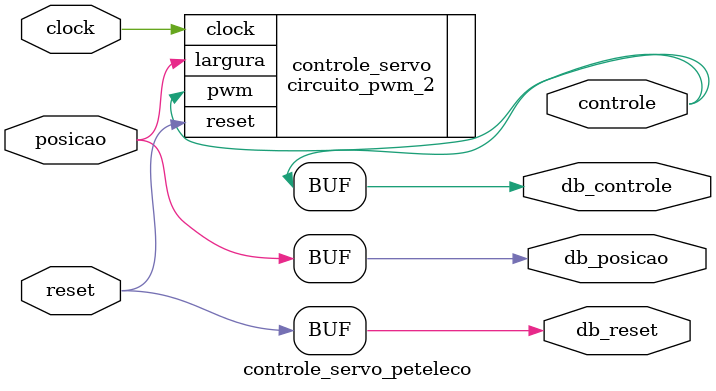
<source format=v>
module controle_servo_peteleco (
    input wire clock,
    input wire reset,
    input wire posicao,
    output wire controle,
    output wire db_reset,
    output wire db_posicao,
    output wire db_controle
);

      circuito_pwm_2 #(           
        .conf_periodo (1000000),   // 20ms = 20ms / 20ns = 1000000 
        .largura_0    (75000  ),   // parado
        .largura_1    (90000  )    // gira 
      ) controle_servo (
        .clock   (clock   ),
        .reset   (reset   ),
        .largura (posicao ),
        .pwm     (controle)
    );

    assign db_reset = reset;
    assign db_posicao = posicao;
    assign db_controle = controle;

endmodule

</source>
